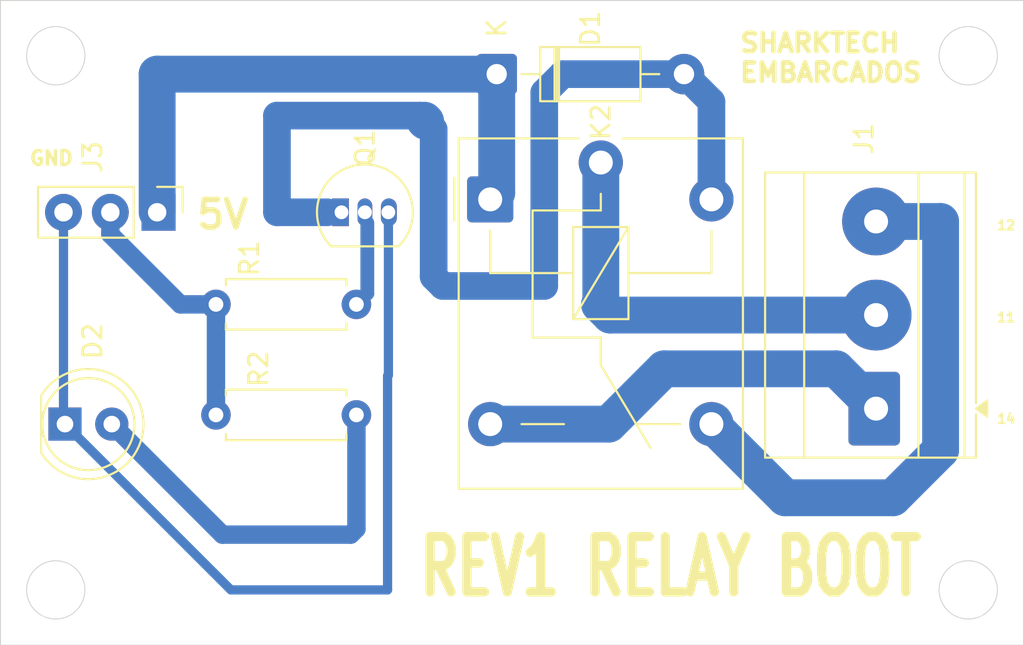
<source format=kicad_pcb>
(kicad_pcb (version 20241229) (generator "pcbnew") (generator_version "9.0")
  (layers (0 "F.Cu" signal) (2 "B.Cu" signal) (13 "F.Paste" user) (15 "B.Paste" user) (5 "F.SilkS" user "F.Silkscreen") (7 "B.SilkS" user "B.Silkscreen") (1 "F.Mask" user) (3 "B.Mask" user) (25 "Edge.Cuts" user))
  (net 0 "")
  (net 1 "Net-(D1-A)")
  (net 2 "+5V")
  (net 3 "Net-(D2-A)")
  (net 4 "GND")
  (net 5 "Net-(J3-Pin_2)")
  (net 6 "/RL_11")
  (net 7 "/RL_14")
  (net 8 "/RL_12")
  (net 9 "Net-(Q1-B)")
  (footprint "TerminalBlock_Phoenix:TerminalBlock_Phoenix_MKDS-3-3-5.08_1x03_P5.08mm_Horizontal" (layer "F.Cu") (at 161 72.16 90)
    (property "Reference" "J1" (at 14.66 -0.6675 90) (layer "F.SilkS"))
    (property "Value" "Screw_Terminal_01x03")
    (fp_line (start 12.82 -6.02) (end 12.82 5.42) (stroke (width 0.12)) (layer "F.SilkS"))
    (fp_line (start -2.66 -6.02) (end 12.82 -6.02) (stroke (width 0.12)) (layer "F.SilkS"))
    (fp_line (start -2.66 -3.9) (end 12.82 -3.9) (stroke (width 0.12)) (layer "F.SilkS"))
    (fp_line (start -2.66 2.3) (end 12.82 2.3) (stroke (width 0.12)) (layer "F.SilkS"))
    (fp_line (start -2.66 4.8) (end 12.82 4.8) (stroke (width 0.12)) (layer "F.SilkS"))
    (fp_line (start 12.82 5.42) (end 0.3 5.42) (stroke (width 0.12)) (layer "F.SilkS"))
    (fp_line (start -0.3 5.42) (end -2.66 5.42) (stroke (width 0.12)) (layer "F.SilkS"))
    (fp_line (start -2.66 5.42) (end -2.66 -6.02) (stroke (width 0.12)) (layer "F.SilkS"))
    (fp_poly (pts (xy 0 5.42) (xy 0.44 6.03) (xy -0.44 6.03)) (stroke (width 0.12)) (fill yes) (layer "F.SilkS"))
    (pad "1" thru_hole roundrect (at 0 0 90) (size 4 2.8) (drill 1.3 (offset 0 -0.1)) (layers "*.Cu" "*.Mask") (roundrect_rratio 0.096154) (net 7 "/RL_14"))
    (pad "2" thru_hole circle (at 5.08 0 90) (size 3.84 3.84) (drill 1.3) (layers "*.Cu" "*.Mask") (net 6 "/RL_11"))
    (pad "3" thru_hole circle (at 10.16 0 90) (size 3.68 3.68) (drill 1.3) (layers "*.Cu" "*.Mask") (net 8 "/RL_12"))
  )
  (footprint "Resistor_THT:R_Axial_DIN0207_L6.3mm_D2.5mm_P7.62mm_Horizontal" (layer "F.Cu") (at 132.81 66.5 180)
    (property "Reference" "R1" (at 5.81 2.5 90) (layer "F.SilkS"))
    (property "Value" "470")
    (fp_line (start 7.08 1.37) (end 7.08 1.04) (stroke (width 0.12)) (layer "F.SilkS"))
    (fp_line (start 7.08 -1.37) (end 7.08 -1.04) (stroke (width 0.12)) (layer "F.SilkS"))
    (fp_line (start 0.54 1.37) (end 7.08 1.37) (stroke (width 0.12)) (layer "F.SilkS"))
    (fp_line (start 0.54 1.04) (end 0.54 1.37) (stroke (width 0.12)) (layer "F.SilkS"))
    (fp_line (start 0.54 -1.04) (end 0.54 -1.37) (stroke (width 0.12)) (layer "F.SilkS"))
    (fp_line (start 0.54 -1.37) (end 7.08 -1.37) (stroke (width 0.12)) (layer "F.SilkS"))
    (pad "1" thru_hole circle (at 0 0 180) (size 1.6 1.6) (drill 0.8) (layers "*.Cu" "*.Mask") (net 9 "Net-(Q1-B)"))
    (pad "2" thru_hole circle (at 7.62 0 180) (size 1.6 1.6) (drill 0.8) (layers "*.Cu" "*.Mask") (net 5 "Net-(J3-Pin_2)"))
  )
  (footprint "Relay_THT:Relay_SPDT_Finder_36.11" (layer "F.Cu") (at 140.0675 60.8)
    (property "Reference" "K2" (at 6 -4.2 90) (layer "F.SilkS"))
    (property "Value" "SRD-05VDC-SL-C")
    (fp_line (start -1.95 -1.15) (end -1.95 1.15) (stroke (width 0.12)) (layer "F.SilkS"))
    (fp_line (start -1.71 15.7) (end -1.71 -3.31) (stroke (width 0.12)) (layer "F.SilkS"))
    (fp_line (start 0 1.7) (end 0 4) (stroke (width 0.12)) (layer "F.SilkS"))
    (fp_line (start 1.7 12.2) (end 4 12.2) (stroke (width 0.12)) (layer "F.SilkS"))
    (fp_line (start 2.3 7.5) (end 2.3 0.6) (stroke (width 0.12)) (layer "F.SilkS"))
    (fp_line (start 4.5 1.5) (end 7.5 1.5) (stroke (width 0.12)) (layer "F.SilkS"))
    (fp_line (start 4.5 4) (end 0 4) (stroke (width 0.12)) (layer "F.SilkS"))
    (fp_line (start 4.5 6.5) (end 4.5 1.5) (stroke (width 0.12)) (layer "F.SilkS"))
    (fp_line (start 4.5 6.5) (end 7.5 1.5) (stroke (width 0.12)) (layer "F.SilkS"))
    (fp_line (start 4.8 -3.31) (end -1.71 -3.31) (stroke (width 0.12)) (layer "F.SilkS"))
    (fp_line (start 6 0.6) (end 2.3 0.6) (stroke (width 0.12)) (layer "F.SilkS"))
    (fp_line (start 6 0.6) (end 6 -0.3) (stroke (width 0.12)) (layer "F.SilkS"))
    (fp_line (start 6 7.5) (end 2.3 7.5) (stroke (width 0.12)) (layer "F.SilkS"))
    (fp_line (start 6 7.5) (end 6 9) (stroke (width 0.12)) (layer "F.SilkS"))
    (fp_line (start 6 9) (end 8.7 13.5) (stroke (width 0.12)) (layer "F.SilkS"))
    (fp_line (start 7.5 1.5) (end 7.5 6.5) (stroke (width 0.12)) (layer "F.SilkS"))
    (fp_line (start 7.5 6.5) (end 4.5 6.5) (stroke (width 0.12)) (layer "F.SilkS"))
    (fp_line (start 10.3 12.2) (end 8 12.2) (stroke (width 0.12)) (layer "F.SilkS"))
    (fp_line (start 12 4) (end 7.5 4) (stroke (width 0.12)) (layer "F.SilkS"))
    (fp_line (start 12 4) (end 12 1.7) (stroke (width 0.12)) (layer "F.SilkS"))
    (fp_line (start 13.71 -3.31) (end 7.2 -3.31) (stroke (width 0.12)) (layer "F.SilkS"))
    (fp_line (start 13.71 -3.31) (end 13.71 15.71) (stroke (width 0.12)) (layer "F.SilkS"))
    (fp_line (start 13.71 15.71) (end -1.71 15.71) (stroke (width 0.12)) (layer "F.SilkS"))
    (pad "11" thru_hole circle (at 6 -2) (size 2.4 2.4) (drill 1.3) (layers "*.Cu" "*.Mask") (net 6 "/RL_11"))
    (pad "12" thru_hole circle (at 12 12.2) (size 2.4 2.4) (drill 1.3) (layers "*.Cu" "*.Mask") (net 8 "/RL_12"))
    (pad "14" thru_hole circle (at 0 12.2) (size 2.4 2.4) (drill 1.3) (layers "*.Cu" "*.Mask") (net 7 "/RL_14"))
    (pad "A1" thru_hole roundrect (at 0 0) (size 2.5 2.5) (drill 1.3) (layers "*.Cu" "*.Mask") (roundrect_rratio 0.1) (net 2 "+5V"))
    (pad "A2" thru_hole circle (at 12 0) (size 2.4 2.4) (drill 1.3) (layers "*.Cu" "*.Mask") (net 1 "Net-(D1-A)"))
  )
  (footprint "LED_THT:LED_D5.0mm" (layer "F.Cu") (at 117 73)
    (property "Reference" "D2" (at 1.5 -4.5 90) (layer "F.SilkS"))
    (property "Value" "verde")
    (fp_line (start -1.29 -1.545) (end -1.29 1.545) (stroke (width 0.12)) (layer "F.SilkS"))
    (fp_arc (start -1.29 -1.54483) (mid 2.071779 -2.880495) (end 4.26 0) (stroke (width 0.12)) (layer "F.SilkS"))
    (fp_arc (start 4.26 0) (mid 2.071779 2.880495) (end -1.29 1.54483) (stroke (width 0.12)) (layer "F.SilkS"))
    (fp_circle (center 1.27 0) (end 3.77 0) (stroke (width 0.12)) (fill no) (layer "F.SilkS"))
    (pad "1" thru_hole rect (at 0 0) (size 1.8 1.8) (drill 0.9) (layers "*.Cu" "*.Mask") (net 4 "GND"))
    (pad "2" thru_hole circle (at 2.54 0) (size 1.8 1.8) (drill 0.9) (layers "*.Cu" "*.Mask") (net 3 "Net-(D2-A)"))
  )
  (footprint "Package_TO_SOT_THT:TO-92_Inline" (layer "F.Cu") (at 132 61.5)
    (property "Reference" "Q1" (at 1.27 -3.5 90) (layer "F.SilkS"))
    (property "Value" "BC547")
    (fp_line (start -0.53 1.85) (end 3.07 1.85) (stroke (width 0.12)) (layer "F.SilkS"))
    (fp_arc (start -0.568478 1.838478) (mid -1.132087 -0.994977) (end 1.27 -2.6) (stroke (width 0.12)) (layer "F.SilkS"))
    (fp_arc (start 1.27 -2.6) (mid 3.672087 -0.994977) (end 3.108478 1.838478) (stroke (width 0.12)) (layer "F.SilkS"))
    (pad "1" thru_hole rect (at 0 0) (size 0.9004 1.5) (drill 0.75 (offset -0.0498 0)) (layers "*.Cu" "*.Mask") (net 1 "Net-(D1-A)"))
    (pad "2" thru_hole oval (at 1.27 0) (size 0.8008 1.5) (drill 0.75) (layers "*.Cu" "*.Mask") (net 9 "Net-(Q1-B)"))
    (pad "3" thru_hole oval (at 2.54 0) (size 0.8604 1.5) (drill 0.75 (offset 0.0298 0)) (layers "*.Cu" "*.Mask") (net 4 "GND"))
  )
  (footprint "Resistor_THT:R_Axial_DIN0207_L6.3mm_D2.5mm_P7.62mm_Horizontal" (layer "F.Cu") (at 125.19 72.5)
    (property "Reference" "R2" (at 2.31 -2.5 90) (layer "F.SilkS"))
    (property "Value" "470")
    (fp_line (start 0.54 -1.37) (end 7.08 -1.37) (stroke (width 0.12)) (layer "F.SilkS"))
    (fp_line (start 0.54 -1.04) (end 0.54 -1.37) (stroke (width 0.12)) (layer "F.SilkS"))
    (fp_line (start 0.54 1.04) (end 0.54 1.37) (stroke (width 0.12)) (layer "F.SilkS"))
    (fp_line (start 0.54 1.37) (end 7.08 1.37) (stroke (width 0.12)) (layer "F.SilkS"))
    (fp_line (start 7.08 -1.37) (end 7.08 -1.04) (stroke (width 0.12)) (layer "F.SilkS"))
    (fp_line (start 7.08 1.37) (end 7.08 1.04) (stroke (width 0.12)) (layer "F.SilkS"))
    (pad "1" thru_hole circle (at 0 0) (size 1.6 1.6) (drill 0.8) (layers "*.Cu" "*.Mask") (net 5 "Net-(J3-Pin_2)"))
    (pad "2" thru_hole circle (at 7.62 0) (size 1.6 1.6) (drill 0.8) (layers "*.Cu" "*.Mask") (net 3 "Net-(D2-A)"))
  )
  (footprint "Diode_THT:D_DO-41_SOD81_P10.16mm_Horizontal" (layer "F.Cu") (at 140.42 54)
    (property "Reference" "D1" (at 5.08 -2.47 90) (layer "F.SilkS"))
    (property "Value" "1N4007")
    (fp_line (start 1.34 0) (end 2.36 0) (stroke (width 0.12)) (layer "F.SilkS"))
    (fp_line (start 3.14 -1.47) (end 3.14 1.47) (stroke (width 0.12)) (layer "F.SilkS"))
    (fp_line (start 3.26 -1.47) (end 3.26 1.47) (stroke (width 0.12)) (layer "F.SilkS"))
    (fp_line (start 3.38 -1.47) (end 3.38 1.47) (stroke (width 0.12)) (layer "F.SilkS"))
    (fp_line (start 8.82 0) (end 7.8 0) (stroke (width 0.12)) (layer "F.SilkS"))
    (fp_rect (start 2.36 -1.47) (end 7.8 1.47) (stroke (width 0.12)) (fill no) (layer "F.SilkS"))
    (fp_text user "K" (at 0 -2.5 90) (layer "F.SilkS"))
    (pad "1" thru_hole roundrect (at 0 0) (size 2.2 2.2) (drill 1.1) (layers "*.Cu" "*.Mask") (roundrect_rratio 0.113636) (net 2 "+5V"))
    (pad "2" thru_hole circle (at 10.16 0) (size 2.2 2.2) (drill 1.1) (layers "*.Cu" "*.Mask") (net 1 "Net-(D1-A)"))
  )
  (footprint "Connector_PinHeader_2.54mm:PinHeader_1x03_P2.54mm_Vertical" (layer "F.Cu") (at 122 61.5 -90)
    (property "Reference" "J3" (at -3 3.5 90) (layer "F.SilkS"))
    (property "Value" "Conn_01x03")
    (fp_line (start -1.38 6.46) (end 1.38 6.46) (stroke (width 0.12)) (layer "F.SilkS"))
    (fp_line (start -1.38 1.27) (end -1.38 6.46) (stroke (width 0.12)) (layer "F.SilkS"))
    (fp_line (start -1.38 1.27) (end 1.38 1.27) (stroke (width 0.12)) (layer "F.SilkS"))
    (fp_line (start 1.38 1.27) (end 1.38 6.46) (stroke (width 0.12)) (layer "F.SilkS"))
    (fp_line (start -1.38 0) (end -1.38 -1.38) (stroke (width 0.12)) (layer "F.SilkS"))
    (fp_line (start -1.38 -1.38) (end 0 -1.38) (stroke (width 0.12)) (layer "F.SilkS"))
    (pad "1" thru_hole rect (at 0 0 270) (size 2 1.85) (drill 1 (offset 0 -0.075)) (layers "*.Cu" "*.Mask") (net 2 "+5V"))
    (pad "2" thru_hole circle (at 0 2.54 270) (size 2.0016 2.0016) (drill 1) (layers "*.Cu" "*.Mask") (net 5 "Net-(J3-Pin_2)"))
    (pad "3" thru_hole circle (at 0 5.08 270) (size 2 2) (drill 1) (layers "*.Cu" "*.Mask") (net 4 "GND"))
  )
  (gr_circle (center 166 82) (end 166.5 83.5) (stroke (width 0.05)) (fill no) (layer "Edge.Cuts"))
  (gr_circle (center 166 53) (end 166.5 54.5) (stroke (width 0.05)) (fill no) (layer "Edge.Cuts"))
  (gr_circle (center 116.5 82) (end 117 83.5) (stroke (width 0.05)) (fill no) (layer "Edge.Cuts"))
  (gr_rect (start 113.5 50) (end 169 85) (stroke (width 0.05)) (fill no) (layer "Edge.Cuts"))
  (gr_circle (center 116.5 53) (end 117 54.5) (stroke (width 0.05)) (fill no) (layer "Edge.Cuts"))
  (gr_text "REV1 RELAY BOOT" (at 136 82.5 0) (layer "F.SilkS") (effects (font (size 3 2) (thickness 0.5) (bold yes)) (justify left bottom)))
  (gr_text "11" (at 167.5 67.5 0) (layer "F.SilkS") (effects (font (size 0.5 0.5) (thickness 0.125) (bold yes)) (justify left bottom)))
  (gr_text "SHARKTECH \nEMBARCADOS" (at 153.5 54.5 0) (layer "F.SilkS") (effects (font (size 1 1) (thickness 0.25) (bold yes)) (justify left bottom)))
  (gr_text "14" (at 167.5 73 0) (layer "F.SilkS") (effects (font (size 0.5 0.5) (thickness 0.125) (bold yes)) (justify left bottom)))
  (gr_text "12" (at 167.5 62.5 0) (layer "F.SilkS") (effects (font (size 0.5 0.5) (thickness 0.125) (bold yes)) (justify left bottom)))
  (gr_text "5V" (at 124 62.5 0) (layer "F.SilkS") (effects (font (size 1.5 1.5) (thickness 0.3) (bold yes)) (justify left bottom)))
  (gr_text "GND\n" (at 115 59 0) (layer "F.SilkS") (effects (font (size 0.75 0.75) (thickness 0.1875) (bold yes)) (justify left bottom)))
  (segment (start 136.251 56.251) (end 128.5 56.251) (width 1.5) (layer "B.Cu") (net 1))
  (segment (start 136.566 56.566) (end 136.5 56.5) (width 2) (layer "B.Cu") (net 1))
  (segment (start 143 65.5) (end 137.5 65.5) (width 1.5) (layer "B.Cu") (net 1))
  (segment (start 152.0675 60.8) (end 152.0675 55.4875) (width 1.5) (layer "B.Cu") (net 1))
  (segment (start 137 57) (end 136.566 56.566) (width 1.5) (layer "B.Cu") (net 1))
  (segment (start 128.5 61.5) (end 131.244 61.5) (width 1.5) (layer "B.Cu") (net 1))
  (segment (start 152.0675 55.4875) (end 150.58 54) (width 1.5) (layer "B.Cu") (net 1))
  (segment (start 150.58 54) (end 144 54) (width 1.5) (layer "B.Cu") (net 1))
  (segment (start 144 54) (end 143 55) (width 1.5) (layer "B.Cu") (net 1))
  (segment (start 137.5 65.5) (end 137 65) (width 1.5) (layer "B.Cu") (net 1))
  (segment (start 143 55) (end 143 65.5) (width 1.5) (layer "B.Cu") (net 1))
  (segment (start 136.566 56.566) (end 136.251 56.251) (width 1.5) (layer "B.Cu") (net 1))
  (segment (start 137 65) (end 137 57) (width 1.5) (layer "B.Cu") (net 1))
  (segment (start 128.5 56.251) (end 128.5 61.5) (width 1.5) (layer "B.Cu") (net 1))
  (segment (start 140.42 54) (end 140.42 60.4475) (width 2) (layer "B.Cu") (net 2))
  (segment (start 122 54) (end 122 61.5) (width 2) (layer "B.Cu") (net 2))
  (segment (start 140.42 54) (end 122 54) (width 2) (layer "B.Cu") (net 2))
  (segment (start 140.42 60.4475) (end 140.0675 60.8) (width 2) (layer "B.Cu") (net 2))
  (segment (start 125.54 79) (end 132.5 79) (width 1) (layer "B.Cu") (net 3))
  (segment (start 132.5 79) (end 132.81 78.69) (width 1) (layer "B.Cu") (net 3))
  (segment (start 119.54 73) (end 125.54 79) (width 1) (layer "B.Cu") (net 3))
  (segment (start 132.81 78.69) (end 132.81 72.5) (width 1) (layer "B.Cu") (net 3))
  (segment (start 117 61.58) (end 116.92 61.5) (width 0.5) (layer "B.Cu") (net 4))
  (segment (start 134.546 61.006) (end 134.596426 61.056426) (width 0.5) (layer "B.Cu") (net 4))
  (segment (start 134.5 70.383446) (end 134.546 70.337446) (width 0.5) (layer "B.Cu") (net 4))
  (segment (start 134.5 82) (end 134.5 70.383446) (width 0.5) (layer "B.Cu") (net 4))
  (segment (start 134.546 70.337446) (end 134.546 61.006) (width 0.5) (layer "B.Cu") (net 4))
  (segment (start 126 82) (end 134.5 82) (width 0.5) (layer "B.Cu") (net 4))
  (segment (start 116.92 72.92) (end 117 73) (width 0.5) (layer "B.Cu") (net 4))
  (segment (start 117 73) (end 126 82) (width 0.5) (layer "B.Cu") (net 4))
  (segment (start 116.92 61.5) (end 116.92 72.92) (width 0.5) (layer "B.Cu") (net 4))
  (segment (start 119.46 62.702081) (end 119.46 61.5) (width 1) (layer "B.Cu") (net 5))
  (segment (start 123.257919 66.5) (end 119.46 62.702081) (width 1) (layer "B.Cu") (net 5))
  (segment (start 125.19 72.5) (end 125.19 66.5) (width 1) (layer "B.Cu") (net 5))
  (segment (start 125.19 66.5) (end 123.257919 66.5) (width 1) (layer "B.Cu") (net 5))
  (segment (start 146 66.5) (end 146.58 67.08) (width 2) (layer "B.Cu") (net 6))
  (segment (start 146.0675 66.4325) (end 146 66.5) (width 2) (layer "B.Cu") (net 6))
  (segment (start 146.0675 58.8) (end 146.0675 66.4325) (width 2) (layer "B.Cu") (net 6))
  (segment (start 146.58 67.08) (end 161 67.08) (width 2) (layer "B.Cu") (net 6))
  (segment (start 149.5 70) (end 158.84 70) (width 2) (layer "B.Cu") (net 7))
  (segment (start 140.0675 73) (end 146.5 73) (width 2) (layer "B.Cu") (net 7))
  (segment (start 146.5 73) (end 149.5 70) (width 2) (layer "B.Cu") (net 7))
  (segment (start 158.84 70) (end 161 72.16) (width 2) (layer "B.Cu") (net 7))
  (segment (start 156.0675 77) (end 161.910714 77) (width 2) (layer "B.Cu") (net 8))
  (segment (start 164.5 62) (end 161 62) (width 2) (layer "B.Cu") (net 8))
  (segment (start 161.910714 77) (end 164.5 74.410714) (width 2) (layer "B.Cu") (net 8))
  (segment (start 164.5 74.410714) (end 164.5 62) (width 2) (layer "B.Cu") (net 8))
  (segment (start 152.0675 73) (end 156.0675 77) (width 2) (layer "B.Cu") (net 8))
  (segment (start 132.81 66.5) (end 133.401 65.909) (width 0.75) (layer "B.Cu") (net 9))
  (segment (start 133.401 65.909) (end 133.401 62.067313) (width 0.75) (layer "B.Cu") (net 9))
)
</source>
